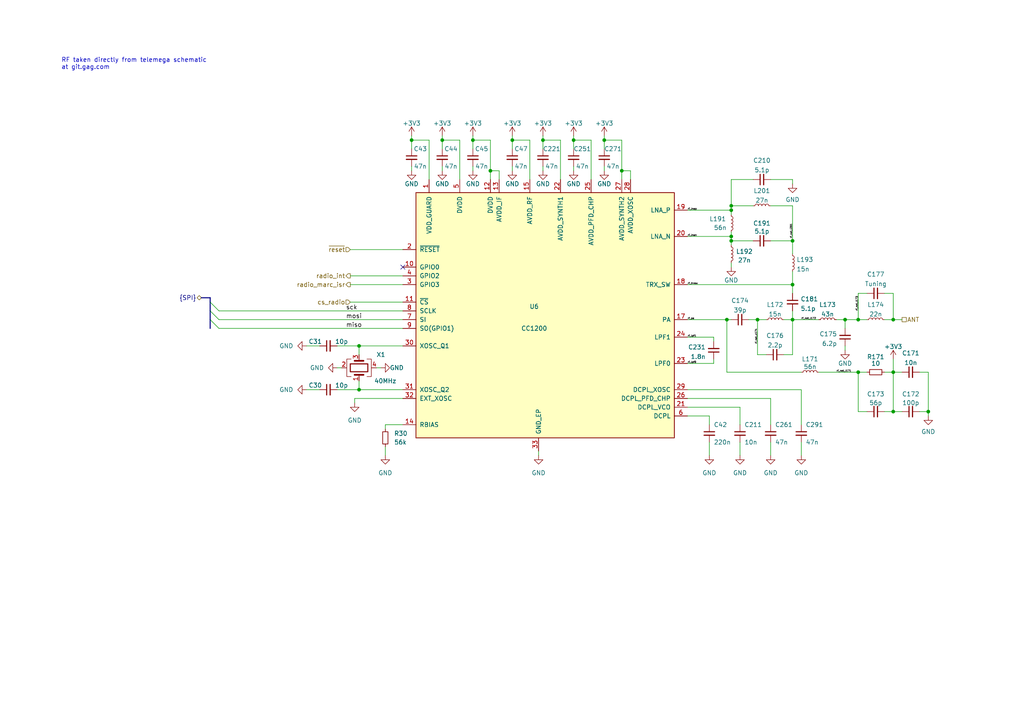
<source format=kicad_sch>
(kicad_sch (version 20231120) (generator "eeschema") (generator_version "8.0")
  (paper "A4")
  (title_block (title "TeleSTERN Rocketry Flight Computer") (date "2023-08-13") (rev "2.2") (company "Space Team Aachen - STAR Dresden - Hochschule Bremen") (comment 1 "Based on Telemega 5.0 by Altusmetrum") (comment 2 "TAPR Open Hardware License"))
  (lib_symbols
    (symbol "Device:C_Small" (pin_numbers hide) (pin_names (offset 0.254) hide)
      (property "Reference" "C" (at 0.254 1.778 0))
      (property "Value" "C_Small" (at 0.254 -2.032 0))
      (symbol "C_Small_0_1"
        (polyline (pts (xy -1.524 -0.508) (xy 1.524 -0.508)) (stroke (width 0.3302)))
        (polyline (pts (xy -1.524 0.508) (xy 1.524 0.508)) (stroke (width 0.3048)))
      )
      (symbol "C_Small_1_1"
        (pin passive line (at 0 2.54 270) (length 2.032) (name "~") (number "1"))
        (pin passive line (at 0 -2.54 90) (length 2.032) (name "~") (number "2"))
      )
    )
    (symbol "Device:Crystal_GND24" (pin_names (offset 1.016) hide)
      (property "Reference" "Y" (at 3.175 5.08 0))
      (property "Value" "Crystal_GND24" (at 3.175 3.175 0))
      (symbol "Crystal_GND24_0_1"
        (rectangle (start -1.143 2.54) (end 1.143 -2.54) (stroke (width 0.3048)))
        (polyline (pts (xy -2.54 0) (xy -2.032 0)))
        (polyline (pts (xy -2.032 -1.27) (xy -2.032 1.27)) (stroke (width 0.508)))
        (polyline (pts (xy 0 -3.81) (xy 0 -3.556)))
        (polyline (pts (xy 0 3.556) (xy 0 3.81)))
        (polyline (pts (xy 2.032 -1.27) (xy 2.032 1.27)) (stroke (width 0.508)))
        (polyline (pts (xy 2.032 0) (xy 2.54 0)))
        (polyline (pts (xy -2.54 -2.286) (xy -2.54 -3.556) (xy 2.54 -3.556) (xy 2.54 -2.286)))
        (polyline (pts (xy -2.54 2.286) (xy -2.54 3.556) (xy 2.54 3.556) (xy 2.54 2.286)))
      )
      (symbol "Crystal_GND24_1_1"
        (pin passive line (at -3.81 0 0) (length 1.27) (name "1") (number "1"))
        (pin passive line (at 0 5.08 270) (length 1.27) (name "2") (number "2"))
        (pin passive line (at 3.81 0 180) (length 1.27) (name "3") (number "3"))
        (pin passive line (at 0 -5.08 90) (length 1.27) (name "4") (number "4"))
      )
    )
    (symbol "Device:L_Small" (pin_numbers hide) (pin_names (offset 0.254) hide)
      (property "Reference" "L" (at 0.762 1.016 0))
      (property "Value" "L_Small" (at 0.762 -1.016 0))
      (symbol "L_Small_0_1"
        (arc (start 0 -2.032) (mid 0.5058 -1.524) (end 0 -1.016))
        (arc (start 0 -1.016) (mid 0.5058 -0.508) (end 0 0))
        (arc (start 0 0) (mid 0.5058 0.508) (end 0 1.016))
        (arc (start 0 1.016) (mid 0.5058 1.524) (end 0 2.032))
      )
      (symbol "L_Small_1_1"
        (pin passive line (at 0 2.54 270) (length 0.508) (name "~") (number "1"))
        (pin passive line (at 0 -2.54 90) (length 0.508) (name "~") (number "2"))
      )
    )
    (symbol "Device:R_Small" (pin_numbers hide) (pin_names (offset 0.254) hide)
      (property "Reference" "R" (at 0.762 0.508 0))
      (property "Value" "R_Small" (at 0.762 -1.016 0))
      (symbol "R_Small_0_1"
        (rectangle (start -0.762 1.778) (end 0.762 -1.778) (stroke (width 0.2032)))
      )
      (symbol "R_Small_1_1"
        (pin passive line (at 0 2.54 270) (length 0.762) (name "~") (number "1"))
        (pin passive line (at 0 -2.54 90) (length 0.762) (name "~") (number "2"))
      )
    )
    (symbol "lib-telestern:CC1200" (pin_names (offset 1.016))
      (property "Reference" "U" (at 13.97 26.67 0))
      (property "Value" "CC1200" (at 16.51 29.21 0))
      (symbol "CC1200_0_1"
        (rectangle (start -13.97 27.94) (end 60.96 -43.18) (stroke (width 0.254)) (fill (type background)))
      )
      (symbol "CC1200_1_1"
        (pin power_in line (at -10.16 31.75 270) (length 3.81) (name "VDD_GUARD") (number "1"))
        (pin bidirectional line (at -17.78 6.35 0) (length 3.81) (name "GPIO0") (number "10"))
        (pin input line (at -17.78 -3.81 0) (length 3.81) (name "~{CS}") (number "11"))
        (pin power_in line (at 7.62 31.75 270) (length 3.81) (name "DVDD") (number "12"))
        (pin power_in line (at 10.16 31.75 270) (length 3.81) (name "AVDD_IF") (number "13"))
        (pin passive line (at -17.78 -39.37 0) (length 3.81) (name "RBIAS") (number "14"))
        (pin power_in line (at 19.05 31.75 270) (length 3.81) (name "AVDD_RF") (number "15"))
        (pin no_connect line (at 8.89 -45.72 90) (length 2.54) hide (name "nc") (number "16"))
        (pin passive line (at 64.77 -8.89 180) (length 3.81) (name "PA") (number "17"))
        (pin passive line (at 64.77 1.27 180) (length 3.81) (name "TRX_SW") (number "18"))
        (pin passive line (at 64.77 22.86 180) (length 3.81) (name "LNA_P") (number "19"))
        (pin input line (at -17.78 11.43 0) (length 3.81) (name "~{RESET}") (number "2"))
        (pin passive line (at 64.77 15.24 180) (length 3.81) (name "LNA_N") (number "20"))
        (pin power_out line (at 64.77 -34.29 180) (length 3.81) (name "DCPL_VCO") (number "21"))
        (pin power_in line (at 27.94 31.75 270) (length 3.81) (name "AVDD_SYNTH1") (number "22"))
        (pin passive line (at 64.77 -21.59 180) (length 3.81) (name "LPF0") (number "23"))
        (pin passive line (at 64.77 -13.97 180) (length 3.81) (name "LPF1") (number "24"))
        (pin power_in line (at 36.83 31.75 270) (length 3.81) (name "AVDD_PFD_CHP") (number "25"))
        (pin power_out line (at 64.77 -31.75 180) (length 3.81) (name "DCPL_PFD_CHP") (number "26"))
        (pin power_in line (at 45.72 31.75 270) (length 3.81) (name "AVDD_SYNTH2") (number "27"))
        (pin power_in line (at 48.26 31.75 270) (length 3.81) (name "AVDD_XOSC") (number "28"))
        (pin power_out line (at 64.77 -29.21 180) (length 3.81) (name "DCPL_XOSC") (number "29"))
        (pin bidirectional line (at -17.78 1.27 0) (length 3.81) (name "GPIO3") (number "3"))
        (pin passive line (at -17.78 -16.51 0) (length 3.81) (name "XOSC_Q1") (number "30"))
        (pin passive line (at -17.78 -29.21 0) (length 3.81) (name "XOSC_Q2") (number "31"))
        (pin input line (at -17.78 -31.75 0) (length 3.81) (name "EXT_XOSC") (number "32"))
        (pin power_in line (at 21.59 -46.99 90) (length 3.81) (name "GND_EP") (number "33"))
        (pin bidirectional line (at -17.78 3.81 0) (length 3.81) (name "GPIO2") (number "4"))
        (pin power_in line (at -1.27 31.75 270) (length 3.81) (name "DVDD") (number "5"))
        (pin power_out line (at 64.77 -36.83 180) (length 3.81) (name "DCPL") (number "6"))
        (pin input line (at -17.78 -8.89 0) (length 3.81) (name "SI") (number "7"))
        (pin input line (at -17.78 -6.35 0) (length 3.81) (name "SCLK") (number "8"))
        (pin bidirectional line (at -17.78 -11.43 0) (length 3.81) (name "SO(GPIO1)") (number "9"))
      )
    )
    (symbol "power:+3.3V" (power) (pin_names (offset 0))
      (property "Value" "+3.3V" (at 0 3.556 0))
      (symbol "+3.3V_0_1"
        (polyline (pts (xy -0.762 1.27) (xy 0 2.54)))
        (polyline (pts (xy 0 0) (xy 0 2.54)))
        (polyline (pts (xy 0 2.54) (xy 0.762 1.27)))
      )
      (symbol "+3.3V_1_1"
        (pin power_in line (at 0 0 90) (length 0) hide (name "+3V3") (number "1"))
      )
    )
    (symbol "power:GND" (power) (pin_names (offset 0))
      (property "Value" "GND" (at 0 -3.81 0))
      (symbol "GND_0_1"
        (polyline (pts (xy 0 0) (xy 0 -1.27) (xy 1.27 -1.27) (xy 0 -2.54) (xy -1.27 -1.27) (xy 0 -1.27)))
      )
      (symbol "GND_1_1"
        (pin power_in line (at 0 0 270) (length 0) hide (name "GND") (number "1"))
      )
    )
  )
  (junction (at 219.71 92.71))
  (junction (at 259.08 119.38))
  (junction (at 248.92 107.95))
  (junction (at 128.27 40.64))
  (junction (at 212.09 69.85))
  (junction (at 245.11 92.71))
  (junction (at 229.87 82.55))
  (junction (at 104.14 113.03))
  (junction (at 259.08 107.95))
  (junction (at 229.87 69.85))
  (junction (at 175.26 40.64))
  (junction (at 210.82 92.71))
  (junction (at 142.24 49.53))
  (junction (at 259.08 92.71))
  (junction (at 166.37 40.64))
  (junction (at 148.59 40.64))
  (junction (at 269.24 119.38))
  (junction (at 119.38 40.64))
  (junction (at 157.48 40.64))
  (junction (at 212.09 68.58))
  (junction (at 180.34 49.53))
  (junction (at 212.09 59.69))
  (junction (at 248.92 92.71))
  (junction (at 137.16 40.64))
  (junction (at 104.14 100.33))
  (junction (at 212.09 60.96))
  (junction (at 229.87 92.71))
  (no_connect (at 116.84 77.47))
  (bus_entry (at 60.96 90.17) (size 2.54 2.54))
  (bus_entry (at 60.96 92.71) (size 2.54 2.54))
  (bus_entry (at 60.96 87.63) (size 2.54 2.54))
  (wire (pts (xy 157.48 40.64) (xy 162.56 40.64)))
  (wire (pts (xy 245.11 92.71) (xy 245.11 95.25)))
  (wire (pts (xy 256.54 119.38) (xy 259.08 119.38)))
  (wire (pts (xy 207.01 97.79) (xy 207.01 99.06)))
  (wire (pts (xy 269.24 119.38) (xy 266.7 119.38)))
  (wire (pts (xy 63.5 90.17) (xy 116.84 90.17)))
  (wire (pts (xy 227.33 102.87) (xy 229.87 102.87)))
  (wire (pts (xy 223.52 59.69) (xy 229.87 59.69)))
  (wire (pts (xy 214.63 128.27) (xy 214.63 132.08)))
  (bus (pts (xy 60.96 86.36) (xy 60.96 87.63)))
  (wire (pts (xy 111.76 123.19) (xy 116.84 123.19)))
  (wire (pts (xy 248.92 85.09) (xy 248.92 92.71)))
  (wire (pts (xy 199.39 92.71) (xy 210.82 92.71)))
  (wire (pts (xy 218.44 52.07) (xy 212.09 52.07)))
  (wire (pts (xy 175.26 40.64) (xy 180.34 40.64)))
  (wire (pts (xy 111.76 123.19) (xy 111.76 124.46)))
  (wire (pts (xy 119.38 40.64) (xy 119.38 43.18)))
  (wire (pts (xy 157.48 40.64) (xy 157.48 43.18)))
  (wire (pts (xy 219.71 92.71) (xy 222.25 92.71)))
  (wire (pts (xy 219.71 102.87) (xy 219.71 92.71)))
  (wire (pts (xy 256.54 107.95) (xy 259.08 107.95)))
  (wire (pts (xy 180.34 49.53) (xy 180.34 52.07)))
  (wire (pts (xy 148.59 48.26) (xy 148.59 49.53)))
  (wire (pts (xy 199.39 68.58) (xy 212.09 68.58)))
  (wire (pts (xy 144.78 49.53) (xy 142.24 49.53)))
  (wire (pts (xy 182.88 49.53) (xy 182.88 52.07)))
  (wire (pts (xy 214.63 118.11) (xy 199.39 118.11)))
  (wire (pts (xy 229.87 90.17) (xy 229.87 92.71)))
  (wire (pts (xy 144.78 52.07) (xy 144.78 49.53)))
  (wire (pts (xy 101.6 72.39) (xy 116.84 72.39)))
  (wire (pts (xy 104.14 100.33) (xy 116.84 100.33)))
  (wire (pts (xy 237.49 107.95) (xy 248.92 107.95)))
  (wire (pts (xy 199.39 60.96) (xy 212.09 60.96)))
  (wire (pts (xy 119.38 40.64) (xy 124.46 40.64)))
  (wire (pts (xy 229.87 69.85) (xy 223.52 69.85)))
  (wire (pts (xy 242.57 92.71) (xy 245.11 92.71)))
  (wire (pts (xy 128.27 48.26) (xy 128.27 49.53)))
  (wire (pts (xy 210.82 92.71) (xy 212.09 92.71)))
  (wire (pts (xy 269.24 119.38) (xy 269.24 120.65)))
  (wire (pts (xy 229.87 92.71) (xy 229.87 102.87)))
  (wire (pts (xy 251.46 119.38) (xy 248.92 119.38)))
  (wire (pts (xy 229.87 59.69) (xy 229.87 69.85)))
  (wire (pts (xy 175.26 40.64) (xy 175.26 43.18)))
  (wire (pts (xy 111.76 129.54) (xy 111.76 132.08)))
  (wire (pts (xy 97.79 106.68) (xy 99.06 106.68)))
  (wire (pts (xy 180.34 40.64) (xy 180.34 49.53)))
  (bus (pts (xy 60.96 87.63) (xy 60.96 90.17)))
  (wire (pts (xy 175.26 39.37) (xy 175.26 40.64)))
  (wire (pts (xy 166.37 48.26) (xy 166.37 49.53)))
  (wire (pts (xy 212.09 60.96) (xy 212.09 59.69)))
  (wire (pts (xy 245.11 92.71) (xy 248.92 92.71)))
  (wire (pts (xy 222.25 102.87) (xy 219.71 102.87)))
  (wire (pts (xy 251.46 85.09) (xy 248.92 85.09)))
  (wire (pts (xy 259.08 92.71) (xy 261.62 92.71)))
  (wire (pts (xy 212.09 69.85) (xy 212.09 71.12)))
  (wire (pts (xy 205.74 128.27) (xy 205.74 132.08)))
  (wire (pts (xy 212.09 67.31) (xy 212.09 68.58)))
  (wire (pts (xy 259.08 85.09) (xy 256.54 85.09)))
  (wire (pts (xy 269.24 107.95) (xy 269.24 119.38)))
  (wire (pts (xy 180.34 49.53) (xy 182.88 49.53)))
  (wire (pts (xy 248.92 92.71) (xy 251.46 92.71)))
  (wire (pts (xy 128.27 40.64) (xy 128.27 43.18)))
  (wire (pts (xy 157.48 48.26) (xy 157.48 49.53)))
  (wire (pts (xy 212.09 62.23) (xy 212.09 60.96)))
  (wire (pts (xy 63.5 95.25) (xy 116.84 95.25)))
  (wire (pts (xy 157.48 39.37) (xy 157.48 40.64)))
  (wire (pts (xy 97.79 100.33) (xy 104.14 100.33)))
  (wire (pts (xy 229.87 69.85) (xy 229.87 73.66)))
  (wire (pts (xy 153.67 40.64) (xy 153.67 52.07)))
  (wire (pts (xy 232.41 113.03) (xy 232.41 123.19)))
  (wire (pts (xy 175.26 48.26) (xy 175.26 49.53)))
  (wire (pts (xy 137.16 48.26) (xy 137.16 49.53)))
  (wire (pts (xy 101.6 87.63) (xy 116.84 87.63)))
  (wire (pts (xy 229.87 78.74) (xy 229.87 82.55)))
  (wire (pts (xy 212.09 69.85) (xy 218.44 69.85)))
  (wire (pts (xy 166.37 40.64) (xy 166.37 43.18)))
  (wire (pts (xy 214.63 123.19) (xy 214.63 118.11)))
  (wire (pts (xy 142.24 49.53) (xy 142.24 52.07)))
  (wire (pts (xy 212.09 68.58) (xy 212.09 69.85)))
  (wire (pts (xy 217.17 92.71) (xy 219.71 92.71)))
  (wire (pts (xy 248.92 107.95) (xy 248.92 119.38)))
  (bus (pts (xy 60.96 90.17) (xy 60.96 92.71)))
  (wire (pts (xy 119.38 48.26) (xy 119.38 49.53)))
  (wire (pts (xy 166.37 40.64) (xy 171.45 40.64)))
  (wire (pts (xy 245.11 101.6) (xy 245.11 100.33)))
  (wire (pts (xy 229.87 53.34) (xy 229.87 52.07)))
  (wire (pts (xy 137.16 40.64) (xy 142.24 40.64)))
  (wire (pts (xy 102.87 115.57) (xy 116.84 115.57)))
  (wire (pts (xy 128.27 39.37) (xy 128.27 40.64)))
  (wire (pts (xy 259.08 107.95) (xy 261.62 107.95)))
  (wire (pts (xy 128.27 40.64) (xy 133.35 40.64)))
  (bus (pts (xy 58.42 86.36) (xy 60.96 86.36)))
  (wire (pts (xy 148.59 40.64) (xy 153.67 40.64)))
  (wire (pts (xy 156.21 130.81) (xy 156.21 132.08)))
  (wire (pts (xy 88.9 113.03) (xy 92.71 113.03)))
  (wire (pts (xy 133.35 40.64) (xy 133.35 52.07)))
  (wire (pts (xy 256.54 92.71) (xy 259.08 92.71)))
  (wire (pts (xy 199.39 82.55) (xy 229.87 82.55)))
  (wire (pts (xy 124.46 40.64) (xy 124.46 52.07)))
  (wire (pts (xy 210.82 92.71) (xy 210.82 107.95)))
  (wire (pts (xy 148.59 40.64) (xy 148.59 43.18)))
  (wire (pts (xy 205.74 120.65) (xy 205.74 123.19)))
  (wire (pts (xy 199.39 113.03) (xy 232.41 113.03)))
  (wire (pts (xy 259.08 92.71) (xy 259.08 85.09)))
  (wire (pts (xy 232.41 128.27) (xy 232.41 132.08)))
  (wire (pts (xy 212.09 59.69) (xy 218.44 59.69)))
  (wire (pts (xy 229.87 92.71) (xy 237.49 92.71)))
  (wire (pts (xy 199.39 115.57) (xy 223.52 115.57)))
  (wire (pts (xy 199.39 105.41) (xy 207.01 105.41)))
  (wire (pts (xy 137.16 40.64) (xy 137.16 43.18)))
  (wire (pts (xy 223.52 128.27) (xy 223.52 132.08)))
  (wire (pts (xy 148.59 39.37) (xy 148.59 40.64)))
  (wire (pts (xy 259.08 104.14) (xy 259.08 107.95)))
  (wire (pts (xy 63.5 92.71) (xy 116.84 92.71)))
  (wire (pts (xy 101.6 82.55) (xy 116.84 82.55)))
  (wire (pts (xy 102.87 116.84) (xy 102.87 115.57)))
  (wire (pts (xy 137.16 39.37) (xy 137.16 40.64)))
  (wire (pts (xy 119.38 39.37) (xy 119.38 40.64)))
  (wire (pts (xy 259.08 119.38) (xy 261.62 119.38)))
  (wire (pts (xy 104.14 100.33) (xy 104.14 102.87)))
  (wire (pts (xy 110.49 106.68) (xy 109.22 106.68)))
  (wire (pts (xy 104.14 110.49) (xy 104.14 113.03)))
  (wire (pts (xy 229.87 85.09) (xy 229.87 82.55)))
  (wire (pts (xy 266.7 107.95) (xy 269.24 107.95)))
  (wire (pts (xy 227.33 92.71) (xy 229.87 92.71)))
  (wire (pts (xy 162.56 40.64) (xy 162.56 52.07)))
  (wire (pts (xy 259.08 107.95) (xy 259.08 119.38)))
  (wire (pts (xy 101.6 80.01) (xy 116.84 80.01)))
  (bus (pts (xy 60.96 92.71) (xy 60.96 95.25)))
  (wire (pts (xy 166.37 39.37) (xy 166.37 40.64)))
  (wire (pts (xy 212.09 76.2) (xy 212.09 77.47)))
  (wire (pts (xy 88.9 100.33) (xy 92.71 100.33)))
  (wire (pts (xy 248.92 107.95) (xy 251.46 107.95)))
  (wire (pts (xy 212.09 52.07) (xy 212.09 59.69)))
  (wire (pts (xy 116.84 113.03) (xy 104.14 113.03)))
  (wire (pts (xy 199.39 120.65) (xy 205.74 120.65)))
  (wire (pts (xy 142.24 40.64) (xy 142.24 49.53)))
  (wire (pts (xy 229.87 52.07) (xy 223.52 52.07)))
  (wire (pts (xy 223.52 115.57) (xy 223.52 123.19)))
  (wire (pts (xy 97.79 113.03) (xy 104.14 113.03)))
  (wire (pts (xy 210.82 107.95) (xy 232.41 107.95)))
  (wire (pts (xy 199.39 97.79) (xy 207.01 97.79)))
  (wire (pts (xy 171.45 40.64) (xy 171.45 52.07)))
  (wire (pts (xy 207.01 104.14) (xy 207.01 105.41)))
  (text "RF taken directly from telemega schematic\nat git.gag.com" (at 17.78 20.32 0) (effects (font (size 1.27 1.27)) (justify left bottom)))
  (label "sck" (at 100.33 90.17 0))
  (label "rf_trxsw" (at 199.39 82.55 0) (effects (font (size 0.5 0.5))))
  (label "rf_lpf1" (at 199.39 97.79 0) (effects (font (size 0.5 0.5))))
  (label "rf_net_l172" (at 232.3606 92.71 0) (effects (font (size 0.5 0.5))))
  (label "mosi" (at 100.33 92.71 0))
  (label "rf_lnap" (at 199.39 60.96 0) (effects (font (size 0.5 0.5))))
  (label "rf_net_l201" (at 229.87 64.77 270) (effects (font (size 0.5 0.5))))
  (label "rf_net_l173" (at 248.92 90.17 90) (effects (font (size 0.5 0.5))))
  (label "rf_lnan" (at 199.39 68.58 0) (effects (font (size 0.5 0.5))))
  (label "rf_pa" (at 199.39 92.71 0) (effects (font (size 0.5 0.5))))
  (label "miso" (at 100.33 95.25 0))
  (label "rf_net_c174" (at 219.71 95.25 270) (effects (font (size 0.5 0.5))))
  (label "rf_lpf0" (at 199.39 105.41 0) (effects (font (size 0.5 0.5))))
  (label "rf_net_l171" (at 242.57 107.95 0) (effects (font (size 0.5 0.5))))
  (hierarchical_label "radio_int" (shape output) (at 101.6 80.01 180))
  (hierarchical_label "{SPI}" (shape bidirectional) (at 58.42 86.36 180))
  (hierarchical_label "~{reset}" (shape input) (at 101.6 72.39 180))
  (hierarchical_label "radio_marc_isr" (shape output) (at 101.6 82.55 180))
  (hierarchical_label "cs_radio" (shape input) (at 101.6 87.63 180))
  (hierarchical_label "ANT" (shape passive) (at 261.62 92.71 0))
  (symbol (lib_id "Device:C_Small") (at 214.63 92.71 90) (unit 1)
    (property "Reference" "C174" (at 214.6363 87.1814 90))
    (property "Value" "39p" (at 214.6363 89.9565 90))
    (property "Footprint" "lib-telestern:C_0402_1005Metric" (effects (hide yes)))
    (property "MPN" "791-RF15N390J500CT" (effects (hide yes)))
    (property "note" "Checked" (effects (hide yes)))
  )
  (symbol (lib_id "Device:L_Small") (at 212.09 73.66 0) (unit 1)
    (property "Reference" "L192" (at 215.9 73.66 0) (effects (justify bottom)))
    (property "Value" "27n" (at 215.9 76.2 0) (effects (justify bottom)))
    (property "Footprint" "lib-telestern:L_0402_1005Metric" (effects (hide yes)))
    (property "MPN" "LQG15HS27NJ02D" (effects (hide yes)))
    (property "note" "Checked" (effects (hide yes)))
  )
  (symbol (lib_id "power:+3.3V") (at 148.59 39.37 0) (unit 1)
    (property "Reference" "#PWR092" (effects (hide yes)))
    (property "Value" "+3V3" (at 148.59 35.7655 0))
  )
  (symbol (lib_id "Device:C_Small") (at 148.59 45.72 0) (unit 1)
    (property "Reference" "C47" (at 151.13 43.18 0))
    (property "Value" "47n" (at 151.13 48.26 0))
    (property "Footprint" "lib-telestern:C_0402_1005Metric" (effects (hide yes)))
    (property "MPN" "CGA2B2X7R1C473K050BA" (effects (hide yes)))
    (property "note" "Checked" (effects (hide yes)))
  )
  (symbol (lib_id "Device:L_Small") (at 229.87 76.2 0) (unit 1)
    (property "Reference" "L193" (at 231.013 75.2915 0) (effects (justify left)))
    (property "Value" "15n" (at 231.013 78.0666 0) (effects (justify left)))
    (property "Footprint" "lib-telestern:L_0402_1005Metric" (effects (hide yes)))
    (property "MPN" "LQG15HS15NJ02D" (effects (hide yes)))
    (property "note" "Checked" (effects (hide yes)))
  )
  (symbol (lib_id "power:GND") (at 102.87 116.84 0) (unit 1)
    (property "Reference" "#PWR0120" (effects (hide yes)))
    (property "Value" "GND" (at 102.87 121.92 0))
  )
  (symbol (lib_id "power:GND") (at 110.49 106.68 90) (unit 1)
    (property "Reference" "#PWR0119" (effects (hide yes)))
    (property "Value" "GND" (at 113.03 106.68 90) (effects (justify right)))
  )
  (symbol (lib_id "power:GND") (at 157.48 49.53 0) (unit 1)
    (property "Reference" "#PWR0130" (effects (hide yes)))
    (property "Value" "GND" (at 157.48 53.34 0))
  )
  (symbol (lib_id "Device:L_Small") (at 224.79 92.71 90) (unit 1)
    (property "Reference" "L172" (at 224.79 88.3625 90))
    (property "Value" "15n" (at 224.79 91.1376 90))
    (property "Footprint" "lib-telestern:L_0402_1005Metric" (effects (hide yes)))
    (property "MPN" "LQG15HS15NJ02D" (effects (hide yes)))
    (property "note" "Checked" (effects (hide yes)))
  )
  (symbol (lib_id "Device:C_Small") (at 232.41 125.73 0) (unit 1)
    (property "Reference" "C291" (at 233.68 123.19 0) (effects (justify left)))
    (property "Value" "47n" (at 233.68 128.27 0) (effects (justify left)))
    (property "Footprint" "lib-telestern:C_0402_1005Metric" (effects (hide yes)))
    (property "MPN" "CGA2B2X7R1C473K050BA" (effects (hide yes)))
    (property "note" "Checked" (effects (hide yes)))
  )
  (symbol (lib_id "Device:C_Small") (at 220.98 69.85 90) (unit 1)
    (property "Reference" "C191" (at 220.98 64.77 90))
    (property "Value" "5.1p" (at 220.9863 67.0965 90))
    (property "Footprint" "lib-telestern:C_0402_1005Metric" (effects (hide yes)))
    (property "MPN" "C0402C519C5GACTU" (effects (hide yes)))
    (property "note" "Checked" (effects (hide yes)))
  )
  (symbol (lib_id "Device:C_Small") (at 157.48 45.72 0) (unit 1)
    (property "Reference" "C221" (at 157.48 43.18 0) (effects (justify left)))
    (property "Value" "47n" (at 160.02 48.26 0))
    (property "Footprint" "lib-telestern:C_0402_1005Metric" (effects (hide yes)))
    (property "MPN" "CGA2B2X7R1C473K050BA" (effects (hide yes)))
    (property "note" "Checked" (effects (hide yes)))
  )
  (symbol (lib_id "power:GND") (at 232.41 132.08 0) (unit 1)
    (property "Reference" "#PWR0139" (effects (hide yes)))
    (property "Value" "GND" (at 232.41 137.16 0))
  )
  (symbol (lib_id "power:GND") (at 175.26 49.53 0) (unit 1)
    (property "Reference" "#PWR0128" (effects (hide yes)))
    (property "Value" "GND" (at 175.26 53.34 0))
  )
  (symbol (lib_id "Device:L_Small") (at 240.03 92.71 90) (unit 1)
    (property "Reference" "L173" (at 240.03 88.3625 90))
    (property "Value" "43n" (at 240.03 91.1376 90))
    (property "Footprint" "lib-telestern:L_0402_1005Metric" (effects (hide yes)))
    (property "MPN" "MLG1005S43NJT000" (effects (hide yes)))
    (property "note" "Checked" (effects (hide yes)))
  )
  (symbol (lib_id "Device:L_Small") (at 254 92.71 90) (unit 1)
    (property "Reference" "L174" (at 254 88.3625 90))
    (property "Value" "22n" (at 254 91.1376 90))
    (property "Footprint" "lib-telestern:L_0402_1005Metric" (effects (hide yes)))
    (property "MPN" "LQG15HS22NJ02D" (effects (hide yes)))
    (property "note" "Checked" (effects (hide yes)))
  )
  (symbol (lib_id "power:GND") (at 88.9 100.33 270) (unit 1)
    (property "Reference" "#PWR0122" (effects (hide yes)))
    (property "Value" "GND" (at 85.09 100.3299 90) (effects (justify right)))
  )
  (symbol (lib_id "Device:L_Small") (at 220.98 59.69 90) (unit 1)
    (property "Reference" "L201" (at 220.98 55.3425 90))
    (property "Value" "27n" (at 220.98 58.1176 90))
    (property "Footprint" "lib-telestern:L_0402_1005Metric" (effects (hide yes)))
    (property "MPN" "LQG15HS27NJ02D" (effects (hide yes)))
    (property "note" "Checked" (effects (hide yes)))
  )
  (symbol (lib_id "Device:C_Small") (at 214.63 125.73 0) (unit 1)
    (property "Reference" "C211" (at 215.9 123.19 0) (effects (justify left)))
    (property "Value" "10n" (at 215.9 128.27 0) (effects (justify left)))
    (property "Footprint" "lib-telestern:C_0402_1005Metric" (effects (hide yes)))
    (property "MPN" "250R07W103KV4T" (effects (hide yes)))
    (property "note" "Checked, tm uses 4" (effects (hide yes)))
  )
  (symbol (lib_id "power:+3.3V") (at 137.16 39.37 0) (unit 1)
    (property "Reference" "#PWR082" (effects (hide yes)))
    (property "Value" "+3V3" (at 137.16 35.7655 0))
  )
  (symbol (lib_id "power:+3.3V") (at 175.26 39.37 0) (unit 1)
    (property "Reference" "#PWR0113" (effects (hide yes)))
    (property "Value" "+3V3" (at 175.26 35.7655 0))
  )
  (symbol (lib_id "Device:L_Small") (at 212.09 64.77 0) (unit 1)
    (property "Reference" "L191" (at 205.74 63.5 0) (effects (justify left)))
    (property "Value" "56n" (at 207.01 66.04 0) (effects (justify left)))
    (property "Footprint" "lib-telestern:L_0402_1005Metric" (effects (hide yes)))
    (property "MPN" "LQG15HS56NJ02D" (effects (hide yes)))
    (property "note" "Checked, nachbestellung" (effects (hide yes)))
  )
  (symbol (lib_id "Device:C_Small") (at 166.37 45.72 0) (unit 1)
    (property "Reference" "C251" (at 168.91 43.18 0))
    (property "Value" "47n" (at 168.91 48.26 0))
    (property "Footprint" "lib-telestern:C_0402_1005Metric" (effects (hide yes)))
    (property "MPN" "CGA2B2X7R1C473K050BA" (effects (hide yes)))
    (property "note" "Checked" (effects (hide yes)))
  )
  (symbol (lib_id "Device:C_Small") (at 220.98 52.07 90) (unit 1)
    (property "Reference" "C210" (at 220.9863 46.5414 90))
    (property "Value" "5.1p" (at 220.9863 49.3165 90))
    (property "Footprint" "lib-telestern:C_0402_1005Metric" (effects (hide yes)))
    (property "MPN" "C0402C519C5GACTU" (effects (hide yes)))
    (property "note" "Checked" (effects (hide yes)))
  )
  (symbol (lib_id "power:GND") (at 148.59 49.53 0) (unit 1)
    (property "Reference" "#PWR0127" (effects (hide yes)))
    (property "Value" "GND" (at 148.59 53.34 0))
  )
  (symbol (lib_id "power:GND") (at 97.79 106.68 270) (unit 1)
    (property "Reference" "#PWR0124" (effects (hide yes)))
    (property "Value" "GND" (at 93.98 106.6799 90) (effects (justify right)))
  )
  (symbol (lib_id "Device:C_Small") (at 137.16 45.72 0) (unit 1)
    (property "Reference" "C45" (at 139.7 43.18 0))
    (property "Value" "47n" (at 139.7 48.26 0))
    (property "Footprint" "lib-telestern:C_0402_1005Metric" (effects (hide yes)))
    (property "MPN" "CGA2B2X7R1C473K050BA" (effects (hide yes)))
    (property "note" "Checked" (effects (hide yes)))
  )
  (symbol (lib_id "power:+3.3V") (at 128.27 39.37 0) (unit 1)
    (property "Reference" "#PWR072" (effects (hide yes)))
    (property "Value" "+3V3" (at 128.27 35.7655 0))
  )
  (symbol (lib_id "Device:C_Small") (at 245.11 97.79 0) (mirror x) (unit 1)
    (property "Reference" "C175" (at 242.7859 96.8751 0) (effects (justify right)))
    (property "Value" "6.2p" (at 242.7859 99.6502 0) (effects (justify right)))
    (property "Footprint" "lib-telestern:C_0402_1005Metric" (effects (hide yes)))
    (property "MPN" "GJM1555C1H6R2CB01D" (effects (hide yes)))
    (property "note" "Checked" (effects (hide yes)))
  )
  (symbol (lib_id "power:GND") (at 205.74 132.08 0) (unit 1)
    (property "Reference" "#PWR0141" (effects (hide yes)))
    (property "Value" "GND" (at 205.74 137.16 0))
  )
  (symbol (lib_id "Device:C_Small") (at 205.74 125.73 0) (unit 1)
    (property "Reference" "C42" (at 207.01 123.19 0) (effects (justify left)))
    (property "Value" "220n" (at 207.01 128.27 0) (effects (justify left)))
    (property "Footprint" "lib-telestern:C_0402_1005Metric" (effects (hide yes)))
    (property "MPN" "LMK105BJ224KV-F" (effects (hide yes)))
    (property "note" "Checked" (effects (hide yes)))
  )
  (symbol (lib_id "Device:C_Small") (at 254 119.38 90) (unit 1)
    (property "Reference" "C173" (at 254 114.3 90))
    (property "Value" "56p" (at 254 116.84 90))
    (property "Footprint" "lib-telestern:C_0402_1005Metric" (effects (hide yes)))
    (property "MPN" "C0402C560J5GACTU" (effects (hide yes)))
    (property "note" "Checked" (effects (hide yes)))
  )
  (symbol (lib_id "Device:R_Small") (at 111.76 127 0) (unit 1)
    (property "Reference" "R30" (at 114.3 125.7299 0) (effects (justify left)))
    (property "Value" "56k" (at 114.3 128.2699 0) (effects (justify left)))
    (property "Footprint" "lib-telestern:R_0402_1005Metric" (effects (hide yes)))
    (property "MPN" "ERJ-U02F5602X" (effects (hide yes)))
    (property "note" "Checked" (effects (hide yes)))
  )
  (symbol (lib_id "power:GND") (at 128.27 49.53 0) (unit 1)
    (property "Reference" "#PWR0126" (effects (hide yes)))
    (property "Value" "GND" (at 128.27 53.34 0))
  )
  (symbol (lib_id "power:GND") (at 156.21 132.08 0) (unit 1)
    (property "Reference" "#PWR0132" (effects (hide yes)))
    (property "Value" "GND" (at 156.21 137.16 0))
  )
  (symbol (lib_id "power:GND") (at 88.9 113.03 270) (unit 1)
    (property "Reference" "#PWR0123" (effects (hide yes)))
    (property "Value" "GND" (at 85.09 113.0299 90) (effects (justify right)))
  )
  (symbol (lib_id "power:GND") (at 245.11 101.6 0) (unit 1)
    (property "Reference" "#PWR0137" (effects (hide yes)))
    (property "Value" "GND" (at 245.11 105.41 0))
  )
  (symbol (lib_id "Device:C_Small") (at 207.01 101.6 0) (mirror x) (unit 1)
    (property "Reference" "C231" (at 204.6859 100.6851 0) (effects (justify right)))
    (property "Value" "1.8n" (at 204.6859 103.4602 0) (effects (justify right)))
    (property "Footprint" "lib-telestern:C_0402_1005Metric" (effects (hide yes)))
    (property "MPN" "04025C182KAT2A" (effects (hide yes)))
    (property "note" "Checked" (effects (hide yes)))
  )
  (symbol (lib_id "Device:C_Small") (at 229.87 87.63 0) (unit 1)
    (property "Reference" "C181" (at 232.1941 86.7278 0) (effects (justify left)))
    (property "Value" "5.1p" (at 232.1941 89.5029 0) (effects (justify left)))
    (property "Footprint" "lib-telestern:C_0402_1005Metric" (effects (hide yes)))
    (property "MPN" "C0402C519C5GACTU" (effects (hide yes)))
    (property "note" "Checked" (effects (hide yes)))
  )
  (symbol (lib_id "Device:C_Small") (at 264.16 107.95 90) (unit 1)
    (property "Reference" "C171" (at 264.1663 102.4214 90))
    (property "Value" "10n" (at 264.1663 105.1965 90))
    (property "Footprint" "lib-telestern:C_0402_1005Metric" (effects (hide yes)))
    (property "MPN" "250R07W103KV4T" (effects (hide yes)))
    (property "note" "Checked, tm uses 4" (effects (hide yes)))
  )
  (symbol (lib_id "Device:C_Small") (at 224.79 102.87 90) (unit 1)
    (property "Reference" "C176" (at 224.7963 97.3414 90))
    (property "Value" "2.2p" (at 224.7963 100.1165 90))
    (property "Footprint" "lib-telestern:C_0402_1005Metric" (effects (hide yes)))
    (property "MPN" "GJM1555C1H2R2BB01D" (effects (hide yes)))
    (property "note" "Checked" (effects (hide yes)))
  )
  (symbol (lib_id "power:GND") (at 223.52 132.08 0) (unit 1)
    (property "Reference" "#PWR0138" (effects (hide yes)))
    (property "Value" "GND" (at 223.52 137.16 0))
  )
  (symbol (lib_id "Device:R_Small") (at 254 107.95 90) (unit 1)
    (property "Reference" "R171" (at 254 103.505 90))
    (property "Value" "10" (at 254 105.41 90))
    (property "Footprint" "lib-telestern:R_0402_1005Metric" (effects (hide yes)))
    (property "MPN" "603-RC0402FR-7W10RL" (effects (hide yes)))
    (property "note" "Checked" (effects (hide yes)))
  )
  (symbol (lib_id "Device:C_Small") (at 254 85.09 90) (unit 1)
    (property "Reference" "C177" (at 254.0063 79.5614 90))
    (property "Value" "Tuning" (at 254.0063 82.3365 90))
    (property "Footprint" "lib-telestern:C_0402_1005Metric" (effects (hide yes)))
    (property "note" "Open value" (effects (hide yes)))
  )
  (symbol (lib_id "power:+3.3V") (at 157.48 39.37 0) (unit 1)
    (property "Reference" "#PWR0108" (effects (hide yes)))
    (property "Value" "+3V3" (at 157.48 35.7655 0))
  )
  (symbol (lib_id "Device:C_Small") (at 223.52 125.73 0) (unit 1)
    (property "Reference" "C261" (at 224.79 123.19 0) (effects (justify left)))
    (property "Value" "47n" (at 224.79 128.27 0) (effects (justify left)))
    (property "Footprint" "lib-telestern:C_0402_1005Metric" (effects (hide yes)))
    (property "MPN" "CGA2B2X7R1C473K050BA" (effects (hide yes)))
    (property "note" "Checked" (effects (hide yes)))
  )
  (symbol (lib_id "power:GND") (at 229.87 53.34 0) (unit 1)
    (property "Reference" "#PWR0133" (effects (hide yes)))
    (property "Value" "GND" (at 229.87 57.9025 0))
  )
  (symbol (lib_id "power:GND") (at 111.76 132.08 0) (unit 1)
    (property "Reference" "#PWR0121" (effects (hide yes)))
    (property "Value" "GND" (at 111.76 137.16 0))
  )
  (symbol (lib_id "lib-telestern:CC1200") (at 134.62 83.82 0) (unit 1)
    (property "Reference" "U6" (at 154.94 88.9 0))
    (property "Value" "CC1200" (at 154.94 95.25 0))
    (property "Footprint" "lib-telestern:QFN-32-1EP_5x5mm_P0.5mm_EP3.45x3.45mm" (effects (hide yes)))
    (property "Datasheet" "http://www.ti.com/lit/ds/symlink/cc1200.pdf" (effects (hide yes)))
    (property "MPN" "CC1200RHBT" (effects (hide yes)))
  )
  (symbol (lib_id "Device:L_Small") (at 234.95 107.95 90) (unit 1)
    (property "Reference" "L171" (at 234.95 104.14 90))
    (property "Value" "56n" (at 234.95 106.3776 90))
    (property "Footprint" "lib-telestern:L_0402_1005Metric" (effects (hide yes)))
    (property "MPN" "LQG15HS56NJ02D" (effects (hide yes)))
    (property "note" "Checked, nachbestellung" (effects (hide yes)))
  )
  (symbol (lib_id "Device:Crystal_GND24") (at 104.14 106.68 90) (unit 1)
    (property "Reference" "X1" (at 110.49 102.87 90))
    (property "Value" "40MHz" (at 111.76 110.49 90))
    (property "Footprint" "lib-telestern:Crystal_SMD_Abracon_ABM3B-4Pin_3.2x2.5mm" (effects (hide yes)))
    (property "MPN" "ABM8W-40.0000MHZ-4-B1U-T3" (effects (hide yes)))
  )
  (symbol (lib_id "Device:C_Small") (at 95.25 113.03 90) (unit 1)
    (property "Reference" "C30" (at 91.44 111.76 90))
    (property "Value" "10p" (at 99.06 111.76 90))
    (property "Footprint" "lib-telestern:C_0402_1005Metric" (effects (hide yes)))
    (property "MPN" "0402N100J500CT" (effects (hide yes)))
    (property "note" "Checked" (effects (hide yes)))
  )
  (symbol (lib_id "power:GND") (at 137.16 49.53 0) (unit 1)
    (property "Reference" "#PWR0125" (effects (hide yes)))
    (property "Value" "GND" (at 137.16 53.34 0))
  )
  (symbol (lib_id "Device:C_Small") (at 264.16 119.38 90) (unit 1)
    (property "Reference" "C172" (at 264.16 114.3 90))
    (property "Value" "100p" (at 264.16 116.84 90))
    (property "Footprint" "lib-telestern:C_0402_1005Metric" (effects (hide yes)))
    (property "MPN" "CGA2B2NP01H101J050BA" (effects (hide yes)))
    (property "note" "Checked" (effects (hide yes)))
  )
  (symbol (lib_id "Device:C_Small") (at 119.38 45.72 0) (unit 1)
    (property "Reference" "C43" (at 121.92 43.18 0))
    (property "Value" "47n" (at 121.92 48.26 0))
    (property "Footprint" "lib-telestern:C_0402_1005Metric" (effects (hide yes)))
    (property "MPN" "CGA2B2X7R1C473K050BA" (effects (hide yes)))
    (property "note" "Checked" (effects (hide yes)))
  )
  (symbol (lib_id "Device:C_Small") (at 175.26 45.72 0) (unit 1)
    (property "Reference" "C271" (at 177.8 43.18 0))
    (property "Value" "47n" (at 177.8 48.26 0))
    (property "Footprint" "lib-telestern:C_0402_1005Metric" (effects (hide yes)))
    (property "MPN" "CGA2B2X7R1C473K050BA" (effects (hide yes)))
    (property "note" "Checked" (effects (hide yes)))
  )
  (symbol (lib_id "power:+3.3V") (at 119.38 39.37 0) (unit 1)
    (property "Reference" "#PWR062" (effects (hide yes)))
    (property "Value" "+3V3" (at 119.38 35.7655 0))
  )
  (symbol (lib_id "power:+3.3V") (at 166.37 39.37 0) (unit 1)
    (property "Reference" "#PWR0112" (effects (hide yes)))
    (property "Value" "+3V3" (at 166.37 35.7655 0))
  )
  (symbol (lib_id "Device:C_Small") (at 128.27 45.72 0) (unit 1)
    (property "Reference" "C44" (at 130.81 43.18 0))
    (property "Value" "47n" (at 130.81 48.26 0))
    (property "Footprint" "lib-telestern:C_0402_1005Metric" (effects (hide yes)))
    (property "MPN" "CGA2B2X7R1C473K050BA" (effects (hide yes)))
    (property "note" "Checked" (effects (hide yes)))
  )
  (symbol (lib_id "power:GND") (at 269.24 120.65 0) (unit 1)
    (property "Reference" "#PWR0134" (effects (hide yes)))
    (property "Value" "GND" (at 269.24 125.2125 0))
  )
  (symbol (lib_id "power:GND") (at 119.38 49.53 0) (unit 1)
    (property "Reference" "#PWR0131" (effects (hide yes)))
    (property "Value" "GND" (at 119.38 53.34 0))
  )
  (symbol (lib_id "power:GND") (at 212.09 77.47 0) (unit 1)
    (property "Reference" "#PWR0136" (effects (hide yes)))
    (property "Value" "GND" (at 212.09 81.28 0))
  )
  (symbol (lib_id "Device:C_Small") (at 95.25 100.33 90) (unit 1)
    (property "Reference" "C31" (at 91.44 99.06 90))
    (property "Value" "10p" (at 99.06 99.06 90))
    (property "Footprint" "lib-telestern:C_0402_1005Metric" (effects (hide yes)))
    (property "MPN" "0402N100J500CT" (effects (hide yes)))
    (property "note" "Checked" (effects (hide yes)))
  )
  (symbol (lib_id "power:+3.3V") (at 259.08 104.14 0) (unit 1)
    (property "Reference" "#PWR0114" (effects (hide yes)))
    (property "Value" "+3V3" (at 259.08 100.5355 0))
  )
  (symbol (lib_id "power:GND") (at 166.37 49.53 0) (unit 1)
    (property "Reference" "#PWR0129" (effects (hide yes)))
    (property "Value" "GND" (at 166.37 53.34 0))
  )
  (symbol (lib_id "power:GND") (at 214.63 132.08 0) (unit 1)
    (property "Reference" "#PWR0140" (effects (hide yes)))
    (property "Value" "GND" (at 214.63 137.16 0))
  )
)
</source>
